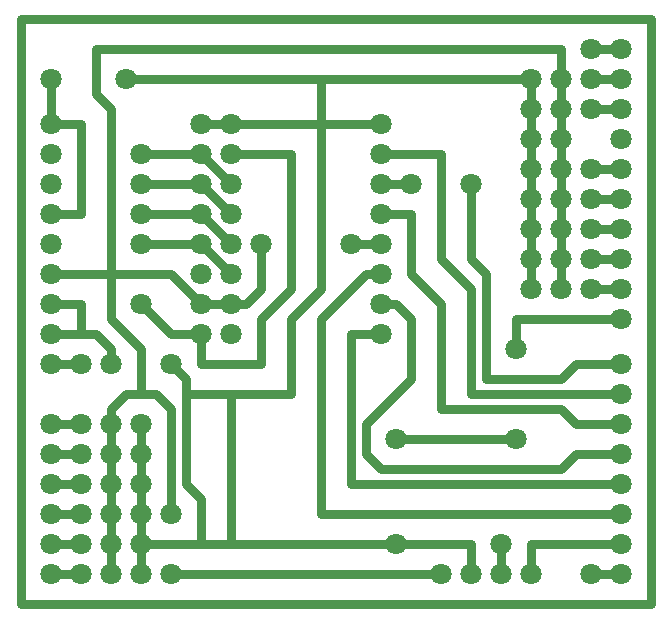
<source format=gbr>
%FSLAX34Y34*%
%MOMM*%
%LNSILK_TOP*%
G71*
G01*
%ADD10C, 1.80*%
%ADD11C, 0.80*%
%LPD*%
X50800Y25400D02*
G54D10*
D03*
X76200Y25400D02*
G54D10*
D03*
X101600Y25400D02*
G54D10*
D03*
X50800Y50800D02*
G54D10*
D03*
X76200Y50800D02*
G54D10*
D03*
X101600Y50800D02*
G54D10*
D03*
X50800Y76200D02*
G54D10*
D03*
X76200Y76200D02*
G54D10*
D03*
X101600Y76200D02*
G54D10*
D03*
X50800Y101600D02*
G54D10*
D03*
X76200Y101600D02*
G54D10*
D03*
X101600Y101600D02*
G54D10*
D03*
X50800Y127000D02*
G54D10*
D03*
X76200Y127000D02*
G54D10*
D03*
X101600Y127000D02*
G54D10*
D03*
X50800Y152400D02*
G54D10*
D03*
X76200Y152400D02*
G54D10*
D03*
X101600Y152400D02*
G54D10*
D03*
G54D11*
X76200Y152400D02*
X76200Y25400D01*
G54D11*
X101600Y25400D02*
X101600Y152400D01*
X304800Y228600D02*
G54D10*
D03*
X304800Y254000D02*
G54D10*
D03*
X304800Y279400D02*
G54D10*
D03*
X304800Y304800D02*
G54D10*
D03*
X304800Y330200D02*
G54D10*
D03*
X304800Y355600D02*
G54D10*
D03*
X304800Y381000D02*
G54D10*
D03*
X304800Y406400D02*
G54D10*
D03*
X177800Y228600D02*
G54D10*
D03*
X177800Y254000D02*
G54D10*
D03*
X177800Y279400D02*
G54D10*
D03*
X177800Y304800D02*
G54D10*
D03*
X177800Y330200D02*
G54D10*
D03*
X177800Y355600D02*
G54D10*
D03*
X177800Y381000D02*
G54D10*
D03*
X177800Y406400D02*
G54D10*
D03*
X152400Y228600D02*
G54D10*
D03*
X152400Y254000D02*
G54D10*
D03*
X152400Y279400D02*
G54D10*
D03*
X152400Y304800D02*
G54D10*
D03*
X152400Y330200D02*
G54D10*
D03*
X152400Y355600D02*
G54D10*
D03*
X152400Y381000D02*
G54D10*
D03*
X152400Y406400D02*
G54D10*
D03*
G54D11*
X152400Y406400D02*
X177800Y406400D01*
G54D11*
X177800Y254000D02*
X152400Y254000D01*
G54D11*
X101600Y254000D02*
X127000Y228600D01*
X152400Y228600D01*
G54D11*
X76200Y152400D02*
X76200Y165100D01*
X88900Y177800D01*
X101600Y177800D01*
X101600Y215900D01*
X76200Y241300D01*
X76200Y279400D01*
G54D11*
X177800Y279400D02*
X152400Y304800D01*
G54D11*
X177800Y304800D02*
X152400Y330200D01*
G54D11*
X177800Y330200D02*
X152400Y355600D01*
G54D11*
X177800Y355600D02*
X152400Y381000D01*
G54D11*
X177800Y381000D02*
X228600Y381000D01*
X228600Y266700D01*
X203200Y241300D01*
X203200Y203200D01*
X152400Y203200D01*
X152400Y228600D01*
X482600Y266700D02*
G54D10*
D03*
X482600Y292100D02*
G54D10*
D03*
X482600Y317500D02*
G54D10*
D03*
X482600Y342900D02*
G54D10*
D03*
X482600Y368300D02*
G54D10*
D03*
X457200Y266700D02*
G54D10*
D03*
X457200Y292100D02*
G54D10*
D03*
X457200Y317500D02*
G54D10*
D03*
X457200Y342900D02*
G54D10*
D03*
X457200Y368300D02*
G54D10*
D03*
X431800Y266700D02*
G54D10*
D03*
X431800Y292100D02*
G54D10*
D03*
X431800Y317500D02*
G54D10*
D03*
X431800Y342900D02*
G54D10*
D03*
X431800Y368300D02*
G54D10*
D03*
G54D11*
X457200Y368300D02*
X457200Y266700D01*
G54D11*
X431800Y266700D02*
X431800Y368300D01*
X482600Y419100D02*
G54D10*
D03*
X482600Y444500D02*
G54D10*
D03*
X482600Y469900D02*
G54D10*
D03*
G54D11*
X304800Y355600D02*
X330200Y355600D01*
G54D11*
X381000Y355600D02*
X381000Y292100D01*
X393700Y279400D01*
X393700Y190500D01*
X457200Y190500D01*
X469900Y203200D01*
G54D11*
X304800Y381000D02*
X355600Y381000D01*
X355600Y292100D01*
X381000Y266700D01*
X381000Y177800D01*
X469900Y177800D01*
G54D11*
X304800Y330200D02*
X330200Y330200D01*
X330200Y279400D01*
X355600Y254000D01*
X355600Y165100D01*
X457200Y165100D01*
X469900Y152400D01*
G54D11*
X469900Y76200D02*
X254000Y76200D01*
X254000Y241300D01*
X292100Y279400D01*
X304800Y279400D01*
G54D11*
X304800Y228600D02*
X279400Y228600D01*
X279400Y101600D01*
X469900Y101600D01*
G54D11*
X469900Y127000D02*
X457200Y114300D01*
X304800Y114300D01*
X292100Y127000D01*
X292100Y152400D01*
X330200Y190500D01*
X330200Y241300D01*
X317500Y254000D01*
X304800Y254000D01*
G54D11*
X482600Y50800D02*
X431800Y50800D01*
X431800Y25400D02*
G54D10*
D03*
X406400Y25400D02*
G54D10*
D03*
X381000Y25400D02*
G54D10*
D03*
X355600Y25400D02*
G54D10*
D03*
G54D11*
X431800Y25400D02*
X431800Y50800D01*
G54D11*
X406400Y25400D02*
X406400Y50800D01*
G54D11*
X254000Y50800D02*
X381000Y50800D01*
X381000Y25400D01*
G54D11*
X76200Y419100D02*
X63500Y431800D01*
X63500Y469900D01*
X419100Y469900D01*
G54D11*
X0Y495300D02*
X533400Y495300D01*
X533400Y0D01*
X0Y0D01*
X0Y495300D01*
X25400Y444500D02*
G54D10*
D03*
X88900Y444500D02*
G54D10*
D03*
G54D11*
X25400Y444500D02*
X25400Y406400D01*
G54D11*
X88900Y444500D02*
X254000Y444500D01*
X254000Y406400D01*
G54D11*
X101600Y50800D02*
X228600Y50800D01*
G54D11*
X304800Y304800D02*
X279400Y304800D01*
G54D11*
X203200Y304800D02*
X203200Y266700D01*
X190500Y254000D01*
X177800Y254000D01*
G54D11*
X228600Y50800D02*
X254000Y50800D01*
G54D11*
X177800Y406400D02*
X254000Y406400D01*
X254000Y266700D01*
X228600Y241300D01*
X228600Y177800D01*
X177800Y177800D01*
X177800Y50800D01*
X266700Y50800D01*
G54D11*
X254000Y406400D02*
X304800Y406400D01*
X254000Y406400D01*
G54D11*
X127000Y25400D02*
X355600Y25400D01*
G54D11*
X419100Y469900D02*
X457200Y469900D01*
X457200Y444500D01*
G54D11*
X431800Y444500D02*
X88900Y444500D01*
X431800Y444500D01*
X431800Y419100D01*
X431800Y444500D01*
G54D11*
X431800Y444500D02*
X431800Y368300D01*
G54D11*
X457200Y444500D02*
X457200Y368300D01*
X25400Y406400D02*
G54D10*
D03*
X25400Y381000D02*
G54D10*
D03*
X25400Y355600D02*
G54D10*
D03*
X25400Y330200D02*
G54D10*
D03*
X25400Y304800D02*
G54D10*
D03*
X25400Y279400D02*
G54D10*
D03*
X25400Y254000D02*
G54D10*
D03*
X25400Y228600D02*
G54D10*
D03*
X25400Y203200D02*
G54D10*
D03*
X25400Y152400D02*
G54D10*
D03*
X25400Y127000D02*
G54D10*
D03*
X25400Y101600D02*
G54D10*
D03*
X25400Y76200D02*
G54D10*
D03*
X25400Y50800D02*
G54D10*
D03*
X25400Y25400D02*
G54D10*
D03*
X508000Y25400D02*
G54D10*
D03*
X508000Y50800D02*
G54D10*
D03*
X508000Y76200D02*
G54D10*
D03*
X508000Y101600D02*
G54D10*
D03*
X508000Y127000D02*
G54D10*
D03*
X508000Y152400D02*
G54D10*
D03*
X508000Y177800D02*
G54D10*
D03*
X508000Y203200D02*
G54D10*
D03*
X508000Y241300D02*
G54D10*
D03*
X508000Y266700D02*
G54D10*
D03*
X508000Y292100D02*
G54D10*
D03*
X508000Y317500D02*
G54D10*
D03*
X508000Y342900D02*
G54D10*
D03*
X508000Y368300D02*
G54D10*
D03*
X508000Y393700D02*
G54D10*
D03*
X508000Y419100D02*
G54D10*
D03*
X508000Y444500D02*
G54D10*
D03*
X508000Y469900D02*
G54D10*
D03*
G54D11*
X482600Y469900D02*
X508000Y469900D01*
G54D11*
X482600Y444500D02*
X508000Y444500D01*
G54D11*
X508000Y419100D02*
X482600Y419100D01*
G54D11*
X482600Y368300D02*
X508000Y368300D01*
G54D11*
X482600Y342900D02*
X508000Y342900D01*
G54D11*
X508000Y317500D02*
X482600Y317500D01*
G54D11*
X508000Y292100D02*
X482600Y292100D01*
G54D11*
X508000Y266700D02*
X482600Y266700D01*
X431800Y419100D02*
G54D10*
D03*
X457200Y419100D02*
G54D10*
D03*
X431800Y444500D02*
G54D10*
D03*
X457200Y444500D02*
G54D10*
D03*
G54D11*
X25400Y152400D02*
X50800Y152400D01*
G54D11*
X50800Y127000D02*
X25400Y127000D01*
G54D11*
X25400Y101600D02*
X50800Y101600D01*
G54D11*
X50800Y76200D02*
X25400Y76200D01*
G54D11*
X25400Y50800D02*
X50800Y50800D01*
G54D11*
X50800Y25400D02*
X25400Y25400D01*
X203200Y304800D02*
G54D10*
D03*
X279400Y304800D02*
G54D10*
D03*
X419100Y215900D02*
G54D10*
D03*
G54D11*
X419100Y215900D02*
X419100Y241300D01*
X508000Y241300D01*
G54D11*
X469900Y203200D02*
X508000Y203200D01*
G54D11*
X508000Y177800D02*
X469900Y177800D01*
G54D11*
X469900Y152400D02*
X508000Y152400D01*
G54D11*
X508000Y127000D02*
X469900Y127000D01*
G54D11*
X469900Y101600D02*
X508000Y101600D01*
G54D11*
X508000Y76200D02*
X469900Y76200D01*
G54D11*
X469900Y50800D02*
X508000Y50800D01*
X406400Y50800D02*
G54D10*
D03*
X482600Y25400D02*
G54D10*
D03*
G54D11*
X482600Y25400D02*
X508000Y25400D01*
G54D11*
X76200Y419100D02*
X76200Y279400D01*
G54D11*
X25400Y279400D02*
X76200Y279400D01*
G54D11*
X25400Y330200D02*
X50800Y330200D01*
X50800Y406400D01*
X25400Y406400D01*
X101600Y304800D02*
G54D10*
D03*
X101600Y330200D02*
G54D10*
D03*
X101600Y355600D02*
G54D10*
D03*
X101600Y381000D02*
G54D10*
D03*
G54D11*
X101600Y304800D02*
X152400Y304800D01*
G54D11*
X152400Y330200D02*
X101600Y330200D01*
G54D11*
X101600Y355600D02*
X152400Y355600D01*
G54D11*
X152400Y381000D02*
X101600Y381000D01*
X50800Y203200D02*
G54D10*
D03*
X76200Y203200D02*
G54D10*
D03*
G54D11*
X25400Y254000D02*
X50800Y254000D01*
X50800Y228600D01*
X25400Y228600D01*
G54D11*
X25400Y203200D02*
X50800Y203200D01*
G54D11*
X152400Y254000D02*
X127000Y279400D01*
X76200Y279400D01*
X127000Y25400D02*
G54D10*
D03*
X127000Y76200D02*
G54D10*
D03*
G54D11*
X127000Y76200D02*
X127000Y165100D01*
X114300Y177800D01*
X101600Y177800D01*
X101600Y203200D01*
X431800Y393700D02*
G54D10*
D03*
X457200Y393700D02*
G54D10*
D03*
X330200Y355600D02*
G54D10*
D03*
X381000Y355600D02*
G54D10*
D03*
G54D11*
X152400Y50800D02*
X152400Y88900D01*
X139700Y101600D01*
X139700Y190500D01*
X127000Y203200D01*
X127000Y203200D02*
G54D10*
D03*
X101600Y254000D02*
G54D10*
D03*
G54D11*
X76200Y203200D02*
X76200Y215900D01*
X63500Y228600D01*
X50800Y228600D01*
X419100Y139700D02*
G54D10*
D03*
G54D11*
X419100Y139700D02*
X317500Y139700D01*
X317500Y139700D02*
G54D10*
D03*
X317500Y50800D02*
G54D10*
D03*
G54D11*
X177800Y177800D02*
X139700Y177800D01*
M02*

</source>
